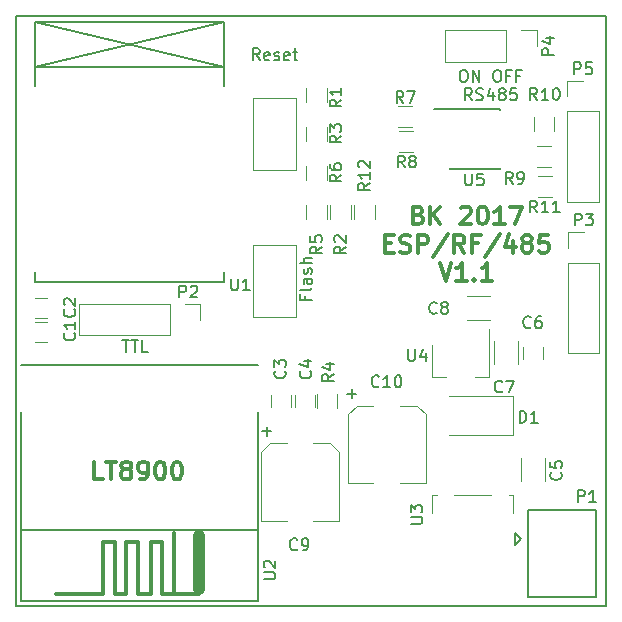
<source format=gto>
G04 #@! TF.FileFunction,Legend,Top*
%FSLAX46Y46*%
G04 Gerber Fmt 4.6, Leading zero omitted, Abs format (unit mm)*
G04 Created by KiCad (PCBNEW 4.0.2-stable) date 6/15/2017 12:31:11 PM*
%MOMM*%
G01*
G04 APERTURE LIST*
%ADD10C,0.100000*%
%ADD11C,0.300000*%
%ADD12C,0.200000*%
%ADD13C,0.150000*%
%ADD14C,1.000000*%
%ADD15C,0.120000*%
%ADD16C,0.152400*%
G04 APERTURE END LIST*
D10*
D11*
X107373316Y-139260971D02*
X106659030Y-139260971D01*
X106659030Y-137760971D01*
X107659030Y-137760971D02*
X108516173Y-137760971D01*
X108087602Y-139260971D02*
X108087602Y-137760971D01*
X109230459Y-138403829D02*
X109087601Y-138332400D01*
X109016173Y-138260971D01*
X108944744Y-138118114D01*
X108944744Y-138046686D01*
X109016173Y-137903829D01*
X109087601Y-137832400D01*
X109230459Y-137760971D01*
X109516173Y-137760971D01*
X109659030Y-137832400D01*
X109730459Y-137903829D01*
X109801887Y-138046686D01*
X109801887Y-138118114D01*
X109730459Y-138260971D01*
X109659030Y-138332400D01*
X109516173Y-138403829D01*
X109230459Y-138403829D01*
X109087601Y-138475257D01*
X109016173Y-138546686D01*
X108944744Y-138689543D01*
X108944744Y-138975257D01*
X109016173Y-139118114D01*
X109087601Y-139189543D01*
X109230459Y-139260971D01*
X109516173Y-139260971D01*
X109659030Y-139189543D01*
X109730459Y-139118114D01*
X109801887Y-138975257D01*
X109801887Y-138689543D01*
X109730459Y-138546686D01*
X109659030Y-138475257D01*
X109516173Y-138403829D01*
X110516172Y-139260971D02*
X110801887Y-139260971D01*
X110944744Y-139189543D01*
X111016172Y-139118114D01*
X111159030Y-138903829D01*
X111230458Y-138618114D01*
X111230458Y-138046686D01*
X111159030Y-137903829D01*
X111087601Y-137832400D01*
X110944744Y-137760971D01*
X110659030Y-137760971D01*
X110516172Y-137832400D01*
X110444744Y-137903829D01*
X110373315Y-138046686D01*
X110373315Y-138403829D01*
X110444744Y-138546686D01*
X110516172Y-138618114D01*
X110659030Y-138689543D01*
X110944744Y-138689543D01*
X111087601Y-138618114D01*
X111159030Y-138546686D01*
X111230458Y-138403829D01*
X112159029Y-137760971D02*
X112301886Y-137760971D01*
X112444743Y-137832400D01*
X112516172Y-137903829D01*
X112587601Y-138046686D01*
X112659029Y-138332400D01*
X112659029Y-138689543D01*
X112587601Y-138975257D01*
X112516172Y-139118114D01*
X112444743Y-139189543D01*
X112301886Y-139260971D01*
X112159029Y-139260971D01*
X112016172Y-139189543D01*
X111944743Y-139118114D01*
X111873315Y-138975257D01*
X111801886Y-138689543D01*
X111801886Y-138332400D01*
X111873315Y-138046686D01*
X111944743Y-137903829D01*
X112016172Y-137832400D01*
X112159029Y-137760971D01*
X113587600Y-137760971D02*
X113730457Y-137760971D01*
X113873314Y-137832400D01*
X113944743Y-137903829D01*
X114016172Y-138046686D01*
X114087600Y-138332400D01*
X114087600Y-138689543D01*
X114016172Y-138975257D01*
X113944743Y-139118114D01*
X113873314Y-139189543D01*
X113730457Y-139260971D01*
X113587600Y-139260971D01*
X113444743Y-139189543D01*
X113373314Y-139118114D01*
X113301886Y-138975257D01*
X113230457Y-138689543D01*
X113230457Y-138332400D01*
X113301886Y-138046686D01*
X113373314Y-137903829D01*
X113444743Y-137832400D01*
X113587600Y-137760971D01*
D12*
X109028571Y-127452381D02*
X109600000Y-127452381D01*
X109314285Y-128452381D02*
X109314285Y-127452381D01*
X109790476Y-127452381D02*
X110361905Y-127452381D01*
X110076190Y-128452381D02*
X110076190Y-127452381D01*
X111171429Y-128452381D02*
X110695238Y-128452381D01*
X110695238Y-127452381D01*
X124528571Y-123728571D02*
X124528571Y-124061905D01*
X125052381Y-124061905D02*
X124052381Y-124061905D01*
X124052381Y-123585714D01*
X125052381Y-123061905D02*
X125004762Y-123157143D01*
X124909524Y-123204762D01*
X124052381Y-123204762D01*
X125052381Y-122252380D02*
X124528571Y-122252380D01*
X124433333Y-122299999D01*
X124385714Y-122395237D01*
X124385714Y-122585714D01*
X124433333Y-122680952D01*
X125004762Y-122252380D02*
X125052381Y-122347618D01*
X125052381Y-122585714D01*
X125004762Y-122680952D01*
X124909524Y-122728571D01*
X124814286Y-122728571D01*
X124719048Y-122680952D01*
X124671429Y-122585714D01*
X124671429Y-122347618D01*
X124623810Y-122252380D01*
X125004762Y-121823809D02*
X125052381Y-121728571D01*
X125052381Y-121538095D01*
X125004762Y-121442856D01*
X124909524Y-121395237D01*
X124861905Y-121395237D01*
X124766667Y-121442856D01*
X124719048Y-121538095D01*
X124719048Y-121680952D01*
X124671429Y-121776190D01*
X124576190Y-121823809D01*
X124528571Y-121823809D01*
X124433333Y-121776190D01*
X124385714Y-121680952D01*
X124385714Y-121538095D01*
X124433333Y-121442856D01*
X125052381Y-120966666D02*
X124052381Y-120966666D01*
X125052381Y-120538094D02*
X124528571Y-120538094D01*
X124433333Y-120585713D01*
X124385714Y-120680951D01*
X124385714Y-120823809D01*
X124433333Y-120919047D01*
X124480952Y-120966666D01*
X120661905Y-103752381D02*
X120328571Y-103276190D01*
X120090476Y-103752381D02*
X120090476Y-102752381D01*
X120471429Y-102752381D01*
X120566667Y-102800000D01*
X120614286Y-102847619D01*
X120661905Y-102942857D01*
X120661905Y-103085714D01*
X120614286Y-103180952D01*
X120566667Y-103228571D01*
X120471429Y-103276190D01*
X120090476Y-103276190D01*
X121471429Y-103704762D02*
X121376191Y-103752381D01*
X121185714Y-103752381D01*
X121090476Y-103704762D01*
X121042857Y-103609524D01*
X121042857Y-103228571D01*
X121090476Y-103133333D01*
X121185714Y-103085714D01*
X121376191Y-103085714D01*
X121471429Y-103133333D01*
X121519048Y-103228571D01*
X121519048Y-103323810D01*
X121042857Y-103419048D01*
X121900000Y-103704762D02*
X121995238Y-103752381D01*
X122185714Y-103752381D01*
X122280953Y-103704762D01*
X122328572Y-103609524D01*
X122328572Y-103561905D01*
X122280953Y-103466667D01*
X122185714Y-103419048D01*
X122042857Y-103419048D01*
X121947619Y-103371429D01*
X121900000Y-103276190D01*
X121900000Y-103228571D01*
X121947619Y-103133333D01*
X122042857Y-103085714D01*
X122185714Y-103085714D01*
X122280953Y-103133333D01*
X123138096Y-103704762D02*
X123042858Y-103752381D01*
X122852381Y-103752381D01*
X122757143Y-103704762D01*
X122709524Y-103609524D01*
X122709524Y-103228571D01*
X122757143Y-103133333D01*
X122852381Y-103085714D01*
X123042858Y-103085714D01*
X123138096Y-103133333D01*
X123185715Y-103228571D01*
X123185715Y-103323810D01*
X122709524Y-103419048D01*
X123471429Y-103085714D02*
X123852381Y-103085714D01*
X123614286Y-102752381D02*
X123614286Y-103609524D01*
X123661905Y-103704762D01*
X123757143Y-103752381D01*
X123852381Y-103752381D01*
D11*
X134104573Y-116872857D02*
X134318859Y-116944286D01*
X134390287Y-117015714D01*
X134461716Y-117158571D01*
X134461716Y-117372857D01*
X134390287Y-117515714D01*
X134318859Y-117587143D01*
X134176001Y-117658571D01*
X133604573Y-117658571D01*
X133604573Y-116158571D01*
X134104573Y-116158571D01*
X134247430Y-116230000D01*
X134318859Y-116301429D01*
X134390287Y-116444286D01*
X134390287Y-116587143D01*
X134318859Y-116730000D01*
X134247430Y-116801429D01*
X134104573Y-116872857D01*
X133604573Y-116872857D01*
X135104573Y-117658571D02*
X135104573Y-116158571D01*
X135961716Y-117658571D02*
X135318859Y-116801429D01*
X135961716Y-116158571D02*
X135104573Y-117015714D01*
X137676001Y-116301429D02*
X137747430Y-116230000D01*
X137890287Y-116158571D01*
X138247430Y-116158571D01*
X138390287Y-116230000D01*
X138461716Y-116301429D01*
X138533144Y-116444286D01*
X138533144Y-116587143D01*
X138461716Y-116801429D01*
X137604573Y-117658571D01*
X138533144Y-117658571D01*
X139461715Y-116158571D02*
X139604572Y-116158571D01*
X139747429Y-116230000D01*
X139818858Y-116301429D01*
X139890287Y-116444286D01*
X139961715Y-116730000D01*
X139961715Y-117087143D01*
X139890287Y-117372857D01*
X139818858Y-117515714D01*
X139747429Y-117587143D01*
X139604572Y-117658571D01*
X139461715Y-117658571D01*
X139318858Y-117587143D01*
X139247429Y-117515714D01*
X139176001Y-117372857D01*
X139104572Y-117087143D01*
X139104572Y-116730000D01*
X139176001Y-116444286D01*
X139247429Y-116301429D01*
X139318858Y-116230000D01*
X139461715Y-116158571D01*
X141390286Y-117658571D02*
X140533143Y-117658571D01*
X140961715Y-117658571D02*
X140961715Y-116158571D01*
X140818858Y-116372857D01*
X140676000Y-116515714D01*
X140533143Y-116587143D01*
X141890286Y-116158571D02*
X142890286Y-116158571D01*
X142247429Y-117658571D01*
X131283144Y-119272857D02*
X131783144Y-119272857D01*
X131997430Y-120058571D02*
X131283144Y-120058571D01*
X131283144Y-118558571D01*
X131997430Y-118558571D01*
X132568858Y-119987143D02*
X132783144Y-120058571D01*
X133140287Y-120058571D01*
X133283144Y-119987143D01*
X133354573Y-119915714D01*
X133426001Y-119772857D01*
X133426001Y-119630000D01*
X133354573Y-119487143D01*
X133283144Y-119415714D01*
X133140287Y-119344286D01*
X132854573Y-119272857D01*
X132711715Y-119201429D01*
X132640287Y-119130000D01*
X132568858Y-118987143D01*
X132568858Y-118844286D01*
X132640287Y-118701429D01*
X132711715Y-118630000D01*
X132854573Y-118558571D01*
X133211715Y-118558571D01*
X133426001Y-118630000D01*
X134068858Y-120058571D02*
X134068858Y-118558571D01*
X134640286Y-118558571D01*
X134783144Y-118630000D01*
X134854572Y-118701429D01*
X134926001Y-118844286D01*
X134926001Y-119058571D01*
X134854572Y-119201429D01*
X134783144Y-119272857D01*
X134640286Y-119344286D01*
X134068858Y-119344286D01*
X136640286Y-118487143D02*
X135354572Y-120415714D01*
X137997430Y-120058571D02*
X137497430Y-119344286D01*
X137140287Y-120058571D02*
X137140287Y-118558571D01*
X137711715Y-118558571D01*
X137854573Y-118630000D01*
X137926001Y-118701429D01*
X137997430Y-118844286D01*
X137997430Y-119058571D01*
X137926001Y-119201429D01*
X137854573Y-119272857D01*
X137711715Y-119344286D01*
X137140287Y-119344286D01*
X139140287Y-119272857D02*
X138640287Y-119272857D01*
X138640287Y-120058571D02*
X138640287Y-118558571D01*
X139354573Y-118558571D01*
X140997429Y-118487143D02*
X139711715Y-120415714D01*
X142140287Y-119058571D02*
X142140287Y-120058571D01*
X141783144Y-118487143D02*
X141426001Y-119558571D01*
X142354573Y-119558571D01*
X143140287Y-119201429D02*
X142997429Y-119130000D01*
X142926001Y-119058571D01*
X142854572Y-118915714D01*
X142854572Y-118844286D01*
X142926001Y-118701429D01*
X142997429Y-118630000D01*
X143140287Y-118558571D01*
X143426001Y-118558571D01*
X143568858Y-118630000D01*
X143640287Y-118701429D01*
X143711715Y-118844286D01*
X143711715Y-118915714D01*
X143640287Y-119058571D01*
X143568858Y-119130000D01*
X143426001Y-119201429D01*
X143140287Y-119201429D01*
X142997429Y-119272857D01*
X142926001Y-119344286D01*
X142854572Y-119487143D01*
X142854572Y-119772857D01*
X142926001Y-119915714D01*
X142997429Y-119987143D01*
X143140287Y-120058571D01*
X143426001Y-120058571D01*
X143568858Y-119987143D01*
X143640287Y-119915714D01*
X143711715Y-119772857D01*
X143711715Y-119487143D01*
X143640287Y-119344286D01*
X143568858Y-119272857D01*
X143426001Y-119201429D01*
X145068858Y-118558571D02*
X144354572Y-118558571D01*
X144283143Y-119272857D01*
X144354572Y-119201429D01*
X144497429Y-119130000D01*
X144854572Y-119130000D01*
X144997429Y-119201429D01*
X145068858Y-119272857D01*
X145140286Y-119415714D01*
X145140286Y-119772857D01*
X145068858Y-119915714D01*
X144997429Y-119987143D01*
X144854572Y-120058571D01*
X144497429Y-120058571D01*
X144354572Y-119987143D01*
X144283143Y-119915714D01*
X135890286Y-120958571D02*
X136390286Y-122458571D01*
X136890286Y-120958571D01*
X138176000Y-122458571D02*
X137318857Y-122458571D01*
X137747429Y-122458571D02*
X137747429Y-120958571D01*
X137604572Y-121172857D01*
X137461714Y-121315714D01*
X137318857Y-121387143D01*
X138818857Y-122315714D02*
X138890285Y-122387143D01*
X138818857Y-122458571D01*
X138747428Y-122387143D01*
X138818857Y-122315714D01*
X138818857Y-122458571D01*
X140318857Y-122458571D02*
X139461714Y-122458571D01*
X139890286Y-122458571D02*
X139890286Y-120958571D01*
X139747429Y-121172857D01*
X139604571Y-121315714D01*
X139461714Y-121387143D01*
D13*
X137827047Y-104595381D02*
X138017524Y-104595381D01*
X138112762Y-104643000D01*
X138208000Y-104738238D01*
X138255619Y-104928714D01*
X138255619Y-105262048D01*
X138208000Y-105452524D01*
X138112762Y-105547762D01*
X138017524Y-105595381D01*
X137827047Y-105595381D01*
X137731809Y-105547762D01*
X137636571Y-105452524D01*
X137588952Y-105262048D01*
X137588952Y-104928714D01*
X137636571Y-104738238D01*
X137731809Y-104643000D01*
X137827047Y-104595381D01*
X138684190Y-105595381D02*
X138684190Y-104595381D01*
X139255619Y-105595381D01*
X139255619Y-104595381D01*
X140684190Y-104595381D02*
X140874667Y-104595381D01*
X140969905Y-104643000D01*
X141065143Y-104738238D01*
X141112762Y-104928714D01*
X141112762Y-105262048D01*
X141065143Y-105452524D01*
X140969905Y-105547762D01*
X140874667Y-105595381D01*
X140684190Y-105595381D01*
X140588952Y-105547762D01*
X140493714Y-105452524D01*
X140446095Y-105262048D01*
X140446095Y-104928714D01*
X140493714Y-104738238D01*
X140588952Y-104643000D01*
X140684190Y-104595381D01*
X141874667Y-105071571D02*
X141541333Y-105071571D01*
X141541333Y-105595381D02*
X141541333Y-104595381D01*
X142017524Y-104595381D01*
X142731810Y-105071571D02*
X142398476Y-105071571D01*
X142398476Y-105595381D02*
X142398476Y-104595381D01*
X142874667Y-104595381D01*
X138612762Y-107145381D02*
X138279428Y-106669190D01*
X138041333Y-107145381D02*
X138041333Y-106145381D01*
X138422286Y-106145381D01*
X138517524Y-106193000D01*
X138565143Y-106240619D01*
X138612762Y-106335857D01*
X138612762Y-106478714D01*
X138565143Y-106573952D01*
X138517524Y-106621571D01*
X138422286Y-106669190D01*
X138041333Y-106669190D01*
X138993714Y-107097762D02*
X139136571Y-107145381D01*
X139374667Y-107145381D01*
X139469905Y-107097762D01*
X139517524Y-107050143D01*
X139565143Y-106954905D01*
X139565143Y-106859667D01*
X139517524Y-106764429D01*
X139469905Y-106716810D01*
X139374667Y-106669190D01*
X139184190Y-106621571D01*
X139088952Y-106573952D01*
X139041333Y-106526333D01*
X138993714Y-106431095D01*
X138993714Y-106335857D01*
X139041333Y-106240619D01*
X139088952Y-106193000D01*
X139184190Y-106145381D01*
X139422286Y-106145381D01*
X139565143Y-106193000D01*
X140422286Y-106478714D02*
X140422286Y-107145381D01*
X140184190Y-106097762D02*
X139946095Y-106812048D01*
X140565143Y-106812048D01*
X141088952Y-106573952D02*
X140993714Y-106526333D01*
X140946095Y-106478714D01*
X140898476Y-106383476D01*
X140898476Y-106335857D01*
X140946095Y-106240619D01*
X140993714Y-106193000D01*
X141088952Y-106145381D01*
X141279429Y-106145381D01*
X141374667Y-106193000D01*
X141422286Y-106240619D01*
X141469905Y-106335857D01*
X141469905Y-106383476D01*
X141422286Y-106478714D01*
X141374667Y-106526333D01*
X141279429Y-106573952D01*
X141088952Y-106573952D01*
X140993714Y-106621571D01*
X140946095Y-106669190D01*
X140898476Y-106764429D01*
X140898476Y-106954905D01*
X140946095Y-107050143D01*
X140993714Y-107097762D01*
X141088952Y-107145381D01*
X141279429Y-107145381D01*
X141374667Y-107097762D01*
X141422286Y-107050143D01*
X141469905Y-106954905D01*
X141469905Y-106764429D01*
X141422286Y-106669190D01*
X141374667Y-106621571D01*
X141279429Y-106573952D01*
X142374667Y-106145381D02*
X141898476Y-106145381D01*
X141850857Y-106621571D01*
X141898476Y-106573952D01*
X141993714Y-106526333D01*
X142231810Y-106526333D01*
X142327048Y-106573952D01*
X142374667Y-106621571D01*
X142422286Y-106716810D01*
X142422286Y-106954905D01*
X142374667Y-107050143D01*
X142327048Y-107097762D01*
X142231810Y-107145381D01*
X141993714Y-107145381D01*
X141898476Y-107097762D01*
X141850857Y-107050143D01*
X100000000Y-100000000D02*
X100000000Y-150000000D01*
X150000000Y-100000000D02*
X100000000Y-100000000D01*
X150000000Y-150000000D02*
X150000000Y-100000000D01*
X100000000Y-150000000D02*
X150000000Y-150000000D01*
D11*
X107380000Y-148972000D02*
X103380000Y-148972000D01*
X108380000Y-144572000D02*
X107380000Y-144572000D01*
X109380000Y-148972000D02*
X108380000Y-148972000D01*
X110380000Y-144572000D02*
X109380000Y-144572000D01*
X112380000Y-144572000D02*
X111480000Y-144572000D01*
X111480000Y-148972000D02*
X110380000Y-148972000D01*
X115480000Y-148972000D02*
X112380000Y-148972000D01*
X113380000Y-143772000D02*
X113380000Y-148872000D01*
D14*
X115480000Y-144018000D02*
X115480000Y-148572000D01*
D13*
X120480000Y-129572000D02*
X100480000Y-129572000D01*
X100480000Y-143572000D02*
X100480000Y-133572000D01*
X120480000Y-143572000D02*
X120480000Y-133572000D01*
X100480000Y-149572000D02*
X120480000Y-149572000D01*
X100480000Y-143572000D02*
X100480000Y-149572000D01*
X120480000Y-143572000D02*
X100480000Y-143572000D01*
X120480000Y-149572000D02*
X120480000Y-143572000D01*
D11*
X112380000Y-144572000D02*
X112380000Y-148972000D01*
X111480000Y-144572000D02*
X111480000Y-148972000D01*
X110380000Y-144572000D02*
X110380000Y-148972000D01*
X109380000Y-144572000D02*
X109380000Y-148972000D01*
X108380000Y-144572000D02*
X108380000Y-148972000D01*
X107380000Y-144572000D02*
X107380000Y-148972000D01*
D15*
X145380000Y-115332400D02*
X144180000Y-115332400D01*
X144180000Y-113572400D02*
X145380000Y-113572400D01*
X123730000Y-106922000D02*
X123730000Y-113042000D01*
X123730000Y-113042000D02*
X120110000Y-113042000D01*
X120110000Y-113042000D02*
X120110000Y-106922000D01*
X120110000Y-106922000D02*
X123730000Y-106922000D01*
X102608000Y-125896000D02*
X101608000Y-125896000D01*
X101608000Y-127596000D02*
X102608000Y-127596000D01*
X102608000Y-123864000D02*
X101608000Y-123864000D01*
X101608000Y-125564000D02*
X102608000Y-125564000D01*
X121578000Y-132088000D02*
X121578000Y-133088000D01*
X123278000Y-133088000D02*
X123278000Y-132088000D01*
X123610000Y-132088000D02*
X123610000Y-133088000D01*
X125310000Y-133088000D02*
X125310000Y-132088000D01*
X144784000Y-139430000D02*
X144784000Y-137430000D01*
X142744000Y-137430000D02*
X142744000Y-139430000D01*
X142914000Y-128024000D02*
X142914000Y-129024000D01*
X144614000Y-129024000D02*
X144614000Y-128024000D01*
X140458000Y-127524000D02*
X140458000Y-129524000D01*
X142498000Y-129524000D02*
X142498000Y-127524000D01*
X140192000Y-123694000D02*
X138192000Y-123694000D01*
X138192000Y-125734000D02*
X140192000Y-125734000D01*
D13*
X149162000Y-141822000D02*
X149162000Y-149222000D01*
X143412000Y-141822000D02*
X143412000Y-149222000D01*
X149162000Y-141822000D02*
X143412000Y-141822000D01*
X149162000Y-149222000D02*
X143412000Y-149222000D01*
X142312000Y-143772000D02*
X142312000Y-144772000D01*
X142812000Y-144272000D02*
X142312000Y-144772000D01*
X142812000Y-144272000D02*
X142312000Y-143772000D01*
D15*
X126356000Y-106080000D02*
X126356000Y-107280000D01*
X124596000Y-107280000D02*
X124596000Y-106080000D01*
X126628000Y-117186000D02*
X126628000Y-115986000D01*
X128388000Y-115986000D02*
X128388000Y-117186000D01*
X124596000Y-110582000D02*
X124596000Y-109382000D01*
X126356000Y-109382000D02*
X126356000Y-110582000D01*
X127245000Y-131988000D02*
X127245000Y-133188000D01*
X125485000Y-133188000D02*
X125485000Y-131988000D01*
X124596000Y-117186000D02*
X124596000Y-115986000D01*
X126356000Y-115986000D02*
X126356000Y-117186000D01*
X126356000Y-112684000D02*
X126356000Y-113884000D01*
X124596000Y-113884000D02*
X124596000Y-112684000D01*
X123730000Y-119368000D02*
X123730000Y-125488000D01*
X123730000Y-125488000D02*
X120110000Y-125488000D01*
X120110000Y-125488000D02*
X120110000Y-119368000D01*
X120110000Y-119368000D02*
X123730000Y-119368000D01*
D16*
X101616000Y-100534000D02*
X117616000Y-100534000D01*
X117616000Y-100534000D02*
X117616000Y-105934000D01*
X101616000Y-100534000D02*
X101616000Y-105934000D01*
X101616000Y-121734000D02*
X101616000Y-122534000D01*
X101616000Y-122534000D02*
X117616000Y-122534000D01*
X117616000Y-122534000D02*
X117616000Y-121734000D01*
X117616000Y-100534000D02*
X101616000Y-104334000D01*
X101616000Y-100534000D02*
X117616000Y-104334000D01*
X101608000Y-104334000D02*
X117608000Y-104334000D01*
D15*
X141724000Y-140586000D02*
X142074000Y-140586000D01*
X142074000Y-140586000D02*
X142074000Y-142086000D01*
X137074000Y-140586000D02*
X140274000Y-140586000D01*
X135274000Y-142086000D02*
X135274000Y-140586000D01*
X135274000Y-140586000D02*
X135674000Y-140586000D01*
X136468000Y-130558000D02*
X135268000Y-130558000D01*
X135268000Y-130558000D02*
X135268000Y-127858000D01*
X140068000Y-126558000D02*
X140068000Y-130558000D01*
X140068000Y-130558000D02*
X138868000Y-130558000D01*
X142084000Y-135508000D02*
X142084000Y-132208000D01*
X142084000Y-132208000D02*
X136684000Y-132208000D01*
X142084000Y-135508000D02*
X136684000Y-135508000D01*
X113030000Y-124400000D02*
X105350000Y-124400000D01*
X105350000Y-124400000D02*
X105350000Y-127060000D01*
X105350000Y-127060000D02*
X113030000Y-127060000D01*
X113030000Y-127060000D02*
X113030000Y-124400000D01*
X114300000Y-124400000D02*
X115630000Y-124400000D01*
X115630000Y-124400000D02*
X115630000Y-125730000D01*
X146752000Y-120904000D02*
X146752000Y-128584000D01*
X146752000Y-128584000D02*
X149412000Y-128584000D01*
X149412000Y-128584000D02*
X149412000Y-120904000D01*
X149412000Y-120904000D02*
X146752000Y-120904000D01*
X146752000Y-119634000D02*
X146752000Y-118304000D01*
X146752000Y-118304000D02*
X148082000Y-118304000D01*
X141528800Y-101235200D02*
X136388800Y-101235200D01*
X136388800Y-101235200D02*
X136388800Y-103895200D01*
X136388800Y-103895200D02*
X141528800Y-103895200D01*
X141528800Y-103895200D02*
X141528800Y-101235200D01*
X142798800Y-101235200D02*
X144128800Y-101235200D01*
X144128800Y-101235200D02*
X144128800Y-102565200D01*
X146701200Y-108102400D02*
X146701200Y-115782400D01*
X146701200Y-115782400D02*
X149361200Y-115782400D01*
X149361200Y-115782400D02*
X149361200Y-108102400D01*
X149361200Y-108102400D02*
X146701200Y-108102400D01*
X146701200Y-106832400D02*
X146701200Y-105502400D01*
X146701200Y-105502400D02*
X148031200Y-105502400D01*
X132394400Y-107628800D02*
X133594400Y-107628800D01*
X133594400Y-109388800D02*
X132394400Y-109388800D01*
X133645200Y-111522400D02*
X132445200Y-111522400D01*
X132445200Y-109762400D02*
X133645200Y-109762400D01*
X145329200Y-112792400D02*
X144129200Y-112792400D01*
X144129200Y-111032400D02*
X145329200Y-111032400D01*
X145609200Y-108569200D02*
X145609200Y-109769200D01*
X143849200Y-109769200D02*
X143849200Y-108569200D01*
D13*
X136812200Y-107864200D02*
X136812200Y-107914200D01*
X140962200Y-107864200D02*
X140962200Y-108009200D01*
X140962200Y-113014200D02*
X140962200Y-112869200D01*
X136812200Y-113014200D02*
X136812200Y-112869200D01*
X136812200Y-107864200D02*
X140962200Y-107864200D01*
X136812200Y-113014200D02*
X140962200Y-113014200D01*
X136812200Y-107914200D02*
X135412200Y-107914200D01*
D15*
X121539000Y-136146000D02*
X122959000Y-136146000D01*
X120779000Y-142746000D02*
X122959000Y-142746000D01*
X127379000Y-142746000D02*
X125199000Y-142746000D01*
X126619000Y-136146000D02*
X125199000Y-136146000D01*
X120779000Y-142746000D02*
X120779000Y-136906000D01*
X120779000Y-136906000D02*
X121539000Y-136146000D01*
X126619000Y-136146000D02*
X127379000Y-136906000D01*
X127379000Y-136906000D02*
X127379000Y-142746000D01*
X128100000Y-139600000D02*
X130280000Y-139600000D01*
X134700000Y-139600000D02*
X132520000Y-139600000D01*
X128860000Y-133000000D02*
X130280000Y-133000000D01*
X133940000Y-133000000D02*
X132520000Y-133000000D01*
X128100000Y-139600000D02*
X128100000Y-133760000D01*
X128100000Y-133760000D02*
X128860000Y-133000000D01*
X133940000Y-133000000D02*
X134700000Y-133760000D01*
X134700000Y-133760000D02*
X134700000Y-139600000D01*
X128660000Y-117186000D02*
X128660000Y-115986000D01*
X130420000Y-115986000D02*
X130420000Y-117186000D01*
D13*
X120991381Y-147700905D02*
X121800905Y-147700905D01*
X121896143Y-147653286D01*
X121943762Y-147605667D01*
X121991381Y-147510429D01*
X121991381Y-147319952D01*
X121943762Y-147224714D01*
X121896143Y-147177095D01*
X121800905Y-147129476D01*
X120991381Y-147129476D01*
X121086619Y-146700905D02*
X121039000Y-146653286D01*
X120991381Y-146558048D01*
X120991381Y-146319952D01*
X121039000Y-146224714D01*
X121086619Y-146177095D01*
X121181857Y-146129476D01*
X121277095Y-146129476D01*
X121419952Y-146177095D01*
X121991381Y-146748524D01*
X121991381Y-146129476D01*
X144137143Y-116657381D02*
X143803809Y-116181190D01*
X143565714Y-116657381D02*
X143565714Y-115657381D01*
X143946667Y-115657381D01*
X144041905Y-115705000D01*
X144089524Y-115752619D01*
X144137143Y-115847857D01*
X144137143Y-115990714D01*
X144089524Y-116085952D01*
X144041905Y-116133571D01*
X143946667Y-116181190D01*
X143565714Y-116181190D01*
X145089524Y-116657381D02*
X144518095Y-116657381D01*
X144803809Y-116657381D02*
X144803809Y-115657381D01*
X144708571Y-115800238D01*
X144613333Y-115895476D01*
X144518095Y-115943095D01*
X146041905Y-116657381D02*
X145470476Y-116657381D01*
X145756190Y-116657381D02*
X145756190Y-115657381D01*
X145660952Y-115800238D01*
X145565714Y-115895476D01*
X145470476Y-115943095D01*
X104957143Y-126866666D02*
X105004762Y-126914285D01*
X105052381Y-127057142D01*
X105052381Y-127152380D01*
X105004762Y-127295238D01*
X104909524Y-127390476D01*
X104814286Y-127438095D01*
X104623810Y-127485714D01*
X104480952Y-127485714D01*
X104290476Y-127438095D01*
X104195238Y-127390476D01*
X104100000Y-127295238D01*
X104052381Y-127152380D01*
X104052381Y-127057142D01*
X104100000Y-126914285D01*
X104147619Y-126866666D01*
X105052381Y-125914285D02*
X105052381Y-126485714D01*
X105052381Y-126200000D02*
X104052381Y-126200000D01*
X104195238Y-126295238D01*
X104290476Y-126390476D01*
X104338095Y-126485714D01*
X104957143Y-124866666D02*
X105004762Y-124914285D01*
X105052381Y-125057142D01*
X105052381Y-125152380D01*
X105004762Y-125295238D01*
X104909524Y-125390476D01*
X104814286Y-125438095D01*
X104623810Y-125485714D01*
X104480952Y-125485714D01*
X104290476Y-125438095D01*
X104195238Y-125390476D01*
X104100000Y-125295238D01*
X104052381Y-125152380D01*
X104052381Y-125057142D01*
X104100000Y-124914285D01*
X104147619Y-124866666D01*
X104147619Y-124485714D02*
X104100000Y-124438095D01*
X104052381Y-124342857D01*
X104052381Y-124104761D01*
X104100000Y-124009523D01*
X104147619Y-123961904D01*
X104242857Y-123914285D01*
X104338095Y-123914285D01*
X104480952Y-123961904D01*
X105052381Y-124533333D01*
X105052381Y-123914285D01*
X122785143Y-130087666D02*
X122832762Y-130135285D01*
X122880381Y-130278142D01*
X122880381Y-130373380D01*
X122832762Y-130516238D01*
X122737524Y-130611476D01*
X122642286Y-130659095D01*
X122451810Y-130706714D01*
X122308952Y-130706714D01*
X122118476Y-130659095D01*
X122023238Y-130611476D01*
X121928000Y-130516238D01*
X121880381Y-130373380D01*
X121880381Y-130278142D01*
X121928000Y-130135285D01*
X121975619Y-130087666D01*
X121880381Y-129754333D02*
X121880381Y-129135285D01*
X122261333Y-129468619D01*
X122261333Y-129325761D01*
X122308952Y-129230523D01*
X122356571Y-129182904D01*
X122451810Y-129135285D01*
X122689905Y-129135285D01*
X122785143Y-129182904D01*
X122832762Y-129230523D01*
X122880381Y-129325761D01*
X122880381Y-129611476D01*
X122832762Y-129706714D01*
X122785143Y-129754333D01*
X124944143Y-130087666D02*
X124991762Y-130135285D01*
X125039381Y-130278142D01*
X125039381Y-130373380D01*
X124991762Y-130516238D01*
X124896524Y-130611476D01*
X124801286Y-130659095D01*
X124610810Y-130706714D01*
X124467952Y-130706714D01*
X124277476Y-130659095D01*
X124182238Y-130611476D01*
X124087000Y-130516238D01*
X124039381Y-130373380D01*
X124039381Y-130278142D01*
X124087000Y-130135285D01*
X124134619Y-130087666D01*
X124372714Y-129230523D02*
X125039381Y-129230523D01*
X123991762Y-129468619D02*
X124706048Y-129706714D01*
X124706048Y-129087666D01*
X146157143Y-138666666D02*
X146204762Y-138714285D01*
X146252381Y-138857142D01*
X146252381Y-138952380D01*
X146204762Y-139095238D01*
X146109524Y-139190476D01*
X146014286Y-139238095D01*
X145823810Y-139285714D01*
X145680952Y-139285714D01*
X145490476Y-139238095D01*
X145395238Y-139190476D01*
X145300000Y-139095238D01*
X145252381Y-138952380D01*
X145252381Y-138857142D01*
X145300000Y-138714285D01*
X145347619Y-138666666D01*
X145252381Y-137761904D02*
X145252381Y-138238095D01*
X145728571Y-138285714D01*
X145680952Y-138238095D01*
X145633333Y-138142857D01*
X145633333Y-137904761D01*
X145680952Y-137809523D01*
X145728571Y-137761904D01*
X145823810Y-137714285D01*
X146061905Y-137714285D01*
X146157143Y-137761904D01*
X146204762Y-137809523D01*
X146252381Y-137904761D01*
X146252381Y-138142857D01*
X146204762Y-138238095D01*
X146157143Y-138285714D01*
X143597334Y-126357143D02*
X143549715Y-126404762D01*
X143406858Y-126452381D01*
X143311620Y-126452381D01*
X143168762Y-126404762D01*
X143073524Y-126309524D01*
X143025905Y-126214286D01*
X142978286Y-126023810D01*
X142978286Y-125880952D01*
X143025905Y-125690476D01*
X143073524Y-125595238D01*
X143168762Y-125500000D01*
X143311620Y-125452381D01*
X143406858Y-125452381D01*
X143549715Y-125500000D01*
X143597334Y-125547619D01*
X144454477Y-125452381D02*
X144264000Y-125452381D01*
X144168762Y-125500000D01*
X144121143Y-125547619D01*
X144025905Y-125690476D01*
X143978286Y-125880952D01*
X143978286Y-126261905D01*
X144025905Y-126357143D01*
X144073524Y-126404762D01*
X144168762Y-126452381D01*
X144359239Y-126452381D01*
X144454477Y-126404762D01*
X144502096Y-126357143D01*
X144549715Y-126261905D01*
X144549715Y-126023810D01*
X144502096Y-125928571D01*
X144454477Y-125880952D01*
X144359239Y-125833333D01*
X144168762Y-125833333D01*
X144073524Y-125880952D01*
X144025905Y-125928571D01*
X143978286Y-126023810D01*
X141184334Y-131802143D02*
X141136715Y-131849762D01*
X140993858Y-131897381D01*
X140898620Y-131897381D01*
X140755762Y-131849762D01*
X140660524Y-131754524D01*
X140612905Y-131659286D01*
X140565286Y-131468810D01*
X140565286Y-131325952D01*
X140612905Y-131135476D01*
X140660524Y-131040238D01*
X140755762Y-130945000D01*
X140898620Y-130897381D01*
X140993858Y-130897381D01*
X141136715Y-130945000D01*
X141184334Y-130992619D01*
X141517667Y-130897381D02*
X142184334Y-130897381D01*
X141755762Y-131897381D01*
X135633334Y-125157143D02*
X135585715Y-125204762D01*
X135442858Y-125252381D01*
X135347620Y-125252381D01*
X135204762Y-125204762D01*
X135109524Y-125109524D01*
X135061905Y-125014286D01*
X135014286Y-124823810D01*
X135014286Y-124680952D01*
X135061905Y-124490476D01*
X135109524Y-124395238D01*
X135204762Y-124300000D01*
X135347620Y-124252381D01*
X135442858Y-124252381D01*
X135585715Y-124300000D01*
X135633334Y-124347619D01*
X136204762Y-124680952D02*
X136109524Y-124633333D01*
X136061905Y-124585714D01*
X136014286Y-124490476D01*
X136014286Y-124442857D01*
X136061905Y-124347619D01*
X136109524Y-124300000D01*
X136204762Y-124252381D01*
X136395239Y-124252381D01*
X136490477Y-124300000D01*
X136538096Y-124347619D01*
X136585715Y-124442857D01*
X136585715Y-124490476D01*
X136538096Y-124585714D01*
X136490477Y-124633333D01*
X136395239Y-124680952D01*
X136204762Y-124680952D01*
X136109524Y-124728571D01*
X136061905Y-124776190D01*
X136014286Y-124871429D01*
X136014286Y-125061905D01*
X136061905Y-125157143D01*
X136109524Y-125204762D01*
X136204762Y-125252381D01*
X136395239Y-125252381D01*
X136490477Y-125204762D01*
X136538096Y-125157143D01*
X136585715Y-125061905D01*
X136585715Y-124871429D01*
X136538096Y-124776190D01*
X136490477Y-124728571D01*
X136395239Y-124680952D01*
X147597905Y-141168381D02*
X147597905Y-140168381D01*
X147978858Y-140168381D01*
X148074096Y-140216000D01*
X148121715Y-140263619D01*
X148169334Y-140358857D01*
X148169334Y-140501714D01*
X148121715Y-140596952D01*
X148074096Y-140644571D01*
X147978858Y-140692190D01*
X147597905Y-140692190D01*
X149121715Y-141168381D02*
X148550286Y-141168381D01*
X148836000Y-141168381D02*
X148836000Y-140168381D01*
X148740762Y-140311238D01*
X148645524Y-140406476D01*
X148550286Y-140454095D01*
X127579381Y-107100666D02*
X127103190Y-107434000D01*
X127579381Y-107672095D02*
X126579381Y-107672095D01*
X126579381Y-107291142D01*
X126627000Y-107195904D01*
X126674619Y-107148285D01*
X126769857Y-107100666D01*
X126912714Y-107100666D01*
X127007952Y-107148285D01*
X127055571Y-107195904D01*
X127103190Y-107291142D01*
X127103190Y-107672095D01*
X127579381Y-106148285D02*
X127579381Y-106719714D01*
X127579381Y-106434000D02*
X126579381Y-106434000D01*
X126722238Y-106529238D01*
X126817476Y-106624476D01*
X126865095Y-106719714D01*
X127960381Y-119546666D02*
X127484190Y-119880000D01*
X127960381Y-120118095D02*
X126960381Y-120118095D01*
X126960381Y-119737142D01*
X127008000Y-119641904D01*
X127055619Y-119594285D01*
X127150857Y-119546666D01*
X127293714Y-119546666D01*
X127388952Y-119594285D01*
X127436571Y-119641904D01*
X127484190Y-119737142D01*
X127484190Y-120118095D01*
X127055619Y-119165714D02*
X127008000Y-119118095D01*
X126960381Y-119022857D01*
X126960381Y-118784761D01*
X127008000Y-118689523D01*
X127055619Y-118641904D01*
X127150857Y-118594285D01*
X127246095Y-118594285D01*
X127388952Y-118641904D01*
X127960381Y-119213333D01*
X127960381Y-118594285D01*
X127578381Y-110148666D02*
X127102190Y-110482000D01*
X127578381Y-110720095D02*
X126578381Y-110720095D01*
X126578381Y-110339142D01*
X126626000Y-110243904D01*
X126673619Y-110196285D01*
X126768857Y-110148666D01*
X126911714Y-110148666D01*
X127006952Y-110196285D01*
X127054571Y-110243904D01*
X127102190Y-110339142D01*
X127102190Y-110720095D01*
X126578381Y-109815333D02*
X126578381Y-109196285D01*
X126959333Y-109529619D01*
X126959333Y-109386761D01*
X127006952Y-109291523D01*
X127054571Y-109243904D01*
X127149810Y-109196285D01*
X127387905Y-109196285D01*
X127483143Y-109243904D01*
X127530762Y-109291523D01*
X127578381Y-109386761D01*
X127578381Y-109672476D01*
X127530762Y-109767714D01*
X127483143Y-109815333D01*
X126944381Y-130341666D02*
X126468190Y-130675000D01*
X126944381Y-130913095D02*
X125944381Y-130913095D01*
X125944381Y-130532142D01*
X125992000Y-130436904D01*
X126039619Y-130389285D01*
X126134857Y-130341666D01*
X126277714Y-130341666D01*
X126372952Y-130389285D01*
X126420571Y-130436904D01*
X126468190Y-130532142D01*
X126468190Y-130913095D01*
X126277714Y-129484523D02*
X126944381Y-129484523D01*
X125896762Y-129722619D02*
X126611048Y-129960714D01*
X126611048Y-129341666D01*
X125928381Y-119546666D02*
X125452190Y-119880000D01*
X125928381Y-120118095D02*
X124928381Y-120118095D01*
X124928381Y-119737142D01*
X124976000Y-119641904D01*
X125023619Y-119594285D01*
X125118857Y-119546666D01*
X125261714Y-119546666D01*
X125356952Y-119594285D01*
X125404571Y-119641904D01*
X125452190Y-119737142D01*
X125452190Y-120118095D01*
X124928381Y-118641904D02*
X124928381Y-119118095D01*
X125404571Y-119165714D01*
X125356952Y-119118095D01*
X125309333Y-119022857D01*
X125309333Y-118784761D01*
X125356952Y-118689523D01*
X125404571Y-118641904D01*
X125499810Y-118594285D01*
X125737905Y-118594285D01*
X125833143Y-118641904D01*
X125880762Y-118689523D01*
X125928381Y-118784761D01*
X125928381Y-119022857D01*
X125880762Y-119118095D01*
X125833143Y-119165714D01*
X127579381Y-113450666D02*
X127103190Y-113784000D01*
X127579381Y-114022095D02*
X126579381Y-114022095D01*
X126579381Y-113641142D01*
X126627000Y-113545904D01*
X126674619Y-113498285D01*
X126769857Y-113450666D01*
X126912714Y-113450666D01*
X127007952Y-113498285D01*
X127055571Y-113545904D01*
X127103190Y-113641142D01*
X127103190Y-114022095D01*
X126579381Y-112593523D02*
X126579381Y-112784000D01*
X126627000Y-112879238D01*
X126674619Y-112926857D01*
X126817476Y-113022095D01*
X127007952Y-113069714D01*
X127388905Y-113069714D01*
X127484143Y-113022095D01*
X127531762Y-112974476D01*
X127579381Y-112879238D01*
X127579381Y-112688761D01*
X127531762Y-112593523D01*
X127484143Y-112545904D01*
X127388905Y-112498285D01*
X127150810Y-112498285D01*
X127055571Y-112545904D01*
X127007952Y-112593523D01*
X126960333Y-112688761D01*
X126960333Y-112879238D01*
X127007952Y-112974476D01*
X127055571Y-113022095D01*
X127150810Y-113069714D01*
X118238095Y-122252381D02*
X118238095Y-123061905D01*
X118285714Y-123157143D01*
X118333333Y-123204762D01*
X118428571Y-123252381D01*
X118619048Y-123252381D01*
X118714286Y-123204762D01*
X118761905Y-123157143D01*
X118809524Y-123061905D01*
X118809524Y-122252381D01*
X119809524Y-123252381D02*
X119238095Y-123252381D01*
X119523809Y-123252381D02*
X119523809Y-122252381D01*
X119428571Y-122395238D01*
X119333333Y-122490476D01*
X119238095Y-122538095D01*
X133437381Y-143001905D02*
X134246905Y-143001905D01*
X134342143Y-142954286D01*
X134389762Y-142906667D01*
X134437381Y-142811429D01*
X134437381Y-142620952D01*
X134389762Y-142525714D01*
X134342143Y-142478095D01*
X134246905Y-142430476D01*
X133437381Y-142430476D01*
X133437381Y-142049524D02*
X133437381Y-141430476D01*
X133818333Y-141763810D01*
X133818333Y-141620952D01*
X133865952Y-141525714D01*
X133913571Y-141478095D01*
X134008810Y-141430476D01*
X134246905Y-141430476D01*
X134342143Y-141478095D01*
X134389762Y-141525714D01*
X134437381Y-141620952D01*
X134437381Y-141906667D01*
X134389762Y-142001905D01*
X134342143Y-142049524D01*
X133223095Y-128230381D02*
X133223095Y-129039905D01*
X133270714Y-129135143D01*
X133318333Y-129182762D01*
X133413571Y-129230381D01*
X133604048Y-129230381D01*
X133699286Y-129182762D01*
X133746905Y-129135143D01*
X133794524Y-129039905D01*
X133794524Y-128230381D01*
X134699286Y-128563714D02*
X134699286Y-129230381D01*
X134461190Y-128182762D02*
X134223095Y-128897048D01*
X134842143Y-128897048D01*
X142661905Y-134452381D02*
X142661905Y-133452381D01*
X142900000Y-133452381D01*
X143042858Y-133500000D01*
X143138096Y-133595238D01*
X143185715Y-133690476D01*
X143233334Y-133880952D01*
X143233334Y-134023810D01*
X143185715Y-134214286D01*
X143138096Y-134309524D01*
X143042858Y-134404762D01*
X142900000Y-134452381D01*
X142661905Y-134452381D01*
X144185715Y-134452381D02*
X143614286Y-134452381D01*
X143900000Y-134452381D02*
X143900000Y-133452381D01*
X143804762Y-133595238D01*
X143709524Y-133690476D01*
X143614286Y-133738095D01*
X113861905Y-123852381D02*
X113861905Y-122852381D01*
X114242858Y-122852381D01*
X114338096Y-122900000D01*
X114385715Y-122947619D01*
X114433334Y-123042857D01*
X114433334Y-123185714D01*
X114385715Y-123280952D01*
X114338096Y-123328571D01*
X114242858Y-123376190D01*
X113861905Y-123376190D01*
X114814286Y-122947619D02*
X114861905Y-122900000D01*
X114957143Y-122852381D01*
X115195239Y-122852381D01*
X115290477Y-122900000D01*
X115338096Y-122947619D01*
X115385715Y-123042857D01*
X115385715Y-123138095D01*
X115338096Y-123280952D01*
X114766667Y-123852381D01*
X115385715Y-123852381D01*
X147343905Y-117756381D02*
X147343905Y-116756381D01*
X147724858Y-116756381D01*
X147820096Y-116804000D01*
X147867715Y-116851619D01*
X147915334Y-116946857D01*
X147915334Y-117089714D01*
X147867715Y-117184952D01*
X147820096Y-117232571D01*
X147724858Y-117280190D01*
X147343905Y-117280190D01*
X148248667Y-116756381D02*
X148867715Y-116756381D01*
X148534381Y-117137333D01*
X148677239Y-117137333D01*
X148772477Y-117184952D01*
X148820096Y-117232571D01*
X148867715Y-117327810D01*
X148867715Y-117565905D01*
X148820096Y-117661143D01*
X148772477Y-117708762D01*
X148677239Y-117756381D01*
X148391524Y-117756381D01*
X148296286Y-117708762D01*
X148248667Y-117661143D01*
X145581181Y-103303295D02*
X144581181Y-103303295D01*
X144581181Y-102922342D01*
X144628800Y-102827104D01*
X144676419Y-102779485D01*
X144771657Y-102731866D01*
X144914514Y-102731866D01*
X145009752Y-102779485D01*
X145057371Y-102827104D01*
X145104990Y-102922342D01*
X145104990Y-103303295D01*
X144914514Y-101874723D02*
X145581181Y-101874723D01*
X144533562Y-102112819D02*
X145247848Y-102350914D01*
X145247848Y-101731866D01*
X147293105Y-104954781D02*
X147293105Y-103954781D01*
X147674058Y-103954781D01*
X147769296Y-104002400D01*
X147816915Y-104050019D01*
X147864534Y-104145257D01*
X147864534Y-104288114D01*
X147816915Y-104383352D01*
X147769296Y-104430971D01*
X147674058Y-104478590D01*
X147293105Y-104478590D01*
X148769296Y-103954781D02*
X148293105Y-103954781D01*
X148245486Y-104430971D01*
X148293105Y-104383352D01*
X148388343Y-104335733D01*
X148626439Y-104335733D01*
X148721677Y-104383352D01*
X148769296Y-104430971D01*
X148816915Y-104526210D01*
X148816915Y-104764305D01*
X148769296Y-104859543D01*
X148721677Y-104907162D01*
X148626439Y-104954781D01*
X148388343Y-104954781D01*
X148293105Y-104907162D01*
X148245486Y-104859543D01*
X132827734Y-107386381D02*
X132494400Y-106910190D01*
X132256305Y-107386381D02*
X132256305Y-106386381D01*
X132637258Y-106386381D01*
X132732496Y-106434000D01*
X132780115Y-106481619D01*
X132827734Y-106576857D01*
X132827734Y-106719714D01*
X132780115Y-106814952D01*
X132732496Y-106862571D01*
X132637258Y-106910190D01*
X132256305Y-106910190D01*
X133161067Y-106386381D02*
X133827734Y-106386381D01*
X133399162Y-107386381D01*
X132929334Y-112847381D02*
X132596000Y-112371190D01*
X132357905Y-112847381D02*
X132357905Y-111847381D01*
X132738858Y-111847381D01*
X132834096Y-111895000D01*
X132881715Y-111942619D01*
X132929334Y-112037857D01*
X132929334Y-112180714D01*
X132881715Y-112275952D01*
X132834096Y-112323571D01*
X132738858Y-112371190D01*
X132357905Y-112371190D01*
X133500762Y-112275952D02*
X133405524Y-112228333D01*
X133357905Y-112180714D01*
X133310286Y-112085476D01*
X133310286Y-112037857D01*
X133357905Y-111942619D01*
X133405524Y-111895000D01*
X133500762Y-111847381D01*
X133691239Y-111847381D01*
X133786477Y-111895000D01*
X133834096Y-111942619D01*
X133881715Y-112037857D01*
X133881715Y-112085476D01*
X133834096Y-112180714D01*
X133786477Y-112228333D01*
X133691239Y-112275952D01*
X133500762Y-112275952D01*
X133405524Y-112323571D01*
X133357905Y-112371190D01*
X133310286Y-112466429D01*
X133310286Y-112656905D01*
X133357905Y-112752143D01*
X133405524Y-112799762D01*
X133500762Y-112847381D01*
X133691239Y-112847381D01*
X133786477Y-112799762D01*
X133834096Y-112752143D01*
X133881715Y-112656905D01*
X133881715Y-112466429D01*
X133834096Y-112371190D01*
X133786477Y-112323571D01*
X133691239Y-112275952D01*
X142073334Y-114244381D02*
X141740000Y-113768190D01*
X141501905Y-114244381D02*
X141501905Y-113244381D01*
X141882858Y-113244381D01*
X141978096Y-113292000D01*
X142025715Y-113339619D01*
X142073334Y-113434857D01*
X142073334Y-113577714D01*
X142025715Y-113672952D01*
X141978096Y-113720571D01*
X141882858Y-113768190D01*
X141501905Y-113768190D01*
X142549524Y-114244381D02*
X142740000Y-114244381D01*
X142835239Y-114196762D01*
X142882858Y-114149143D01*
X142978096Y-114006286D01*
X143025715Y-113815810D01*
X143025715Y-113434857D01*
X142978096Y-113339619D01*
X142930477Y-113292000D01*
X142835239Y-113244381D01*
X142644762Y-113244381D01*
X142549524Y-113292000D01*
X142501905Y-113339619D01*
X142454286Y-113434857D01*
X142454286Y-113672952D01*
X142501905Y-113768190D01*
X142549524Y-113815810D01*
X142644762Y-113863429D01*
X142835239Y-113863429D01*
X142930477Y-113815810D01*
X142978096Y-113768190D01*
X143025715Y-113672952D01*
X144137143Y-107132381D02*
X143803809Y-106656190D01*
X143565714Y-107132381D02*
X143565714Y-106132381D01*
X143946667Y-106132381D01*
X144041905Y-106180000D01*
X144089524Y-106227619D01*
X144137143Y-106322857D01*
X144137143Y-106465714D01*
X144089524Y-106560952D01*
X144041905Y-106608571D01*
X143946667Y-106656190D01*
X143565714Y-106656190D01*
X145089524Y-107132381D02*
X144518095Y-107132381D01*
X144803809Y-107132381D02*
X144803809Y-106132381D01*
X144708571Y-106275238D01*
X144613333Y-106370476D01*
X144518095Y-106418095D01*
X145708571Y-106132381D02*
X145803810Y-106132381D01*
X145899048Y-106180000D01*
X145946667Y-106227619D01*
X145994286Y-106322857D01*
X146041905Y-106513333D01*
X146041905Y-106751429D01*
X145994286Y-106941905D01*
X145946667Y-107037143D01*
X145899048Y-107084762D01*
X145803810Y-107132381D01*
X145708571Y-107132381D01*
X145613333Y-107084762D01*
X145565714Y-107037143D01*
X145518095Y-106941905D01*
X145470476Y-106751429D01*
X145470476Y-106513333D01*
X145518095Y-106322857D01*
X145565714Y-106227619D01*
X145613333Y-106180000D01*
X145708571Y-106132381D01*
X138049095Y-113371381D02*
X138049095Y-114180905D01*
X138096714Y-114276143D01*
X138144333Y-114323762D01*
X138239571Y-114371381D01*
X138430048Y-114371381D01*
X138525286Y-114323762D01*
X138572905Y-114276143D01*
X138620524Y-114180905D01*
X138620524Y-113371381D01*
X139572905Y-113371381D02*
X139096714Y-113371381D01*
X139049095Y-113847571D01*
X139096714Y-113799952D01*
X139191952Y-113752333D01*
X139430048Y-113752333D01*
X139525286Y-113799952D01*
X139572905Y-113847571D01*
X139620524Y-113942810D01*
X139620524Y-114180905D01*
X139572905Y-114276143D01*
X139525286Y-114323762D01*
X139430048Y-114371381D01*
X139191952Y-114371381D01*
X139096714Y-114323762D01*
X139049095Y-114276143D01*
X123833334Y-145157143D02*
X123785715Y-145204762D01*
X123642858Y-145252381D01*
X123547620Y-145252381D01*
X123404762Y-145204762D01*
X123309524Y-145109524D01*
X123261905Y-145014286D01*
X123214286Y-144823810D01*
X123214286Y-144680952D01*
X123261905Y-144490476D01*
X123309524Y-144395238D01*
X123404762Y-144300000D01*
X123547620Y-144252381D01*
X123642858Y-144252381D01*
X123785715Y-144300000D01*
X123833334Y-144347619D01*
X124309524Y-145252381D02*
X124500000Y-145252381D01*
X124595239Y-145204762D01*
X124642858Y-145157143D01*
X124738096Y-145014286D01*
X124785715Y-144823810D01*
X124785715Y-144442857D01*
X124738096Y-144347619D01*
X124690477Y-144300000D01*
X124595239Y-144252381D01*
X124404762Y-144252381D01*
X124309524Y-144300000D01*
X124261905Y-144347619D01*
X124214286Y-144442857D01*
X124214286Y-144680952D01*
X124261905Y-144776190D01*
X124309524Y-144823810D01*
X124404762Y-144871429D01*
X124595239Y-144871429D01*
X124690477Y-144823810D01*
X124738096Y-144776190D01*
X124785715Y-144680952D01*
X121240429Y-135546952D02*
X121240429Y-134785047D01*
X121621381Y-135165999D02*
X120859476Y-135165999D01*
X130757143Y-131357143D02*
X130709524Y-131404762D01*
X130566667Y-131452381D01*
X130471429Y-131452381D01*
X130328571Y-131404762D01*
X130233333Y-131309524D01*
X130185714Y-131214286D01*
X130138095Y-131023810D01*
X130138095Y-130880952D01*
X130185714Y-130690476D01*
X130233333Y-130595238D01*
X130328571Y-130500000D01*
X130471429Y-130452381D01*
X130566667Y-130452381D01*
X130709524Y-130500000D01*
X130757143Y-130547619D01*
X131709524Y-131452381D02*
X131138095Y-131452381D01*
X131423809Y-131452381D02*
X131423809Y-130452381D01*
X131328571Y-130595238D01*
X131233333Y-130690476D01*
X131138095Y-130738095D01*
X132328571Y-130452381D02*
X132423810Y-130452381D01*
X132519048Y-130500000D01*
X132566667Y-130547619D01*
X132614286Y-130642857D01*
X132661905Y-130833333D01*
X132661905Y-131071429D01*
X132614286Y-131261905D01*
X132566667Y-131357143D01*
X132519048Y-131404762D01*
X132423810Y-131452381D01*
X132328571Y-131452381D01*
X132233333Y-131404762D01*
X132185714Y-131357143D01*
X132138095Y-131261905D01*
X132090476Y-131071429D01*
X132090476Y-130833333D01*
X132138095Y-130642857D01*
X132185714Y-130547619D01*
X132233333Y-130500000D01*
X132328571Y-130452381D01*
X128461429Y-132400952D02*
X128461429Y-131639047D01*
X128842381Y-132019999D02*
X128080476Y-132019999D01*
X129992381Y-114180857D02*
X129516190Y-114514191D01*
X129992381Y-114752286D02*
X128992381Y-114752286D01*
X128992381Y-114371333D01*
X129040000Y-114276095D01*
X129087619Y-114228476D01*
X129182857Y-114180857D01*
X129325714Y-114180857D01*
X129420952Y-114228476D01*
X129468571Y-114276095D01*
X129516190Y-114371333D01*
X129516190Y-114752286D01*
X129992381Y-113228476D02*
X129992381Y-113799905D01*
X129992381Y-113514191D02*
X128992381Y-113514191D01*
X129135238Y-113609429D01*
X129230476Y-113704667D01*
X129278095Y-113799905D01*
X129087619Y-112847524D02*
X129040000Y-112799905D01*
X128992381Y-112704667D01*
X128992381Y-112466571D01*
X129040000Y-112371333D01*
X129087619Y-112323714D01*
X129182857Y-112276095D01*
X129278095Y-112276095D01*
X129420952Y-112323714D01*
X129992381Y-112895143D01*
X129992381Y-112276095D01*
M02*

</source>
